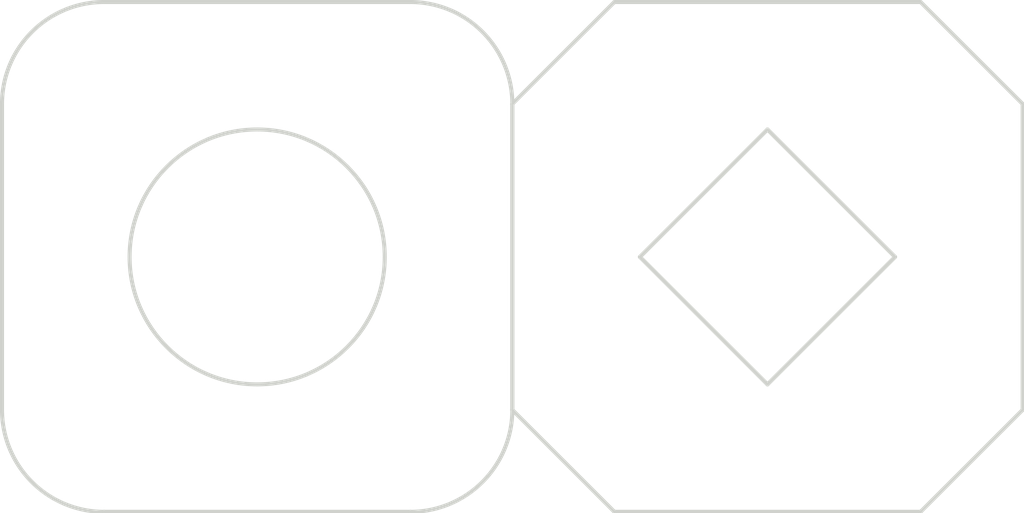
<source format=kicad_pcb>


(kicad_pcb (version 20171130) (host pcbnew 5.1.6)

  (page A3)
  (title_block
    (title main)
    (rev v1.0.0)
    (company Unknown)
  )

  (general
    (thickness 1.6)
  )

  (layers
    (0 F.Cu signal)
    (31 B.Cu signal)
    (32 B.Adhes user)
    (33 F.Adhes user)
    (34 B.Paste user)
    (35 F.Paste user)
    (36 B.SilkS user)
    (37 F.SilkS user)
    (38 B.Mask user)
    (39 F.Mask user)
    (40 Dwgs.User user)
    (41 Cmts.User user)
    (42 Eco1.User user)
    (43 Eco2.User user)
    (44 Edge.Cuts user)
    (45 Margin user)
    (46 B.CrtYd user)
    (47 F.CrtYd user)
    (48 B.Fab user)
    (49 F.Fab user)
  )

  (setup
    (last_trace_width 0.25)
    (trace_clearance 0.2)
    (zone_clearance 0.508)
    (zone_45_only no)
    (trace_min 0.2)
    (via_size 0.8)
    (via_drill 0.4)
    (via_min_size 0.4)
    (via_min_drill 0.3)
    (uvia_size 0.3)
    (uvia_drill 0.1)
    (uvias_allowed no)
    (uvia_min_size 0.2)
    (uvia_min_drill 0.1)
    (edge_width 0.05)
    (segment_width 0.2)
    (pcb_text_width 0.3)
    (pcb_text_size 1.5 1.5)
    (mod_edge_width 0.12)
    (mod_text_size 1 1)
    (mod_text_width 0.15)
    (pad_size 1.524 1.524)
    (pad_drill 0.762)
    (pad_to_mask_clearance 0.05)
    (aux_axis_origin 0 0)
    (visible_elements FFFFFF7F)
    (pcbplotparams
      (layerselection 0x010fc_ffffffff)
      (usegerberextensions false)
      (usegerberattributes true)
      (usegerberadvancedattributes true)
      (creategerberjobfile true)
      (excludeedgelayer true)
      (linewidth 0.100000)
      (plotframeref false)
      (viasonmask false)
      (mode 1)
      (useauxorigin false)
      (hpglpennumber 1)
      (hpglpenspeed 20)
      (hpglpendiameter 15.000000)
      (psnegative false)
      (psa4output false)
      (plotreference true)
      (plotvalue true)
      (plotinvisibletext false)
      (padsonsilk false)
      (subtractmaskfromsilk false)
      (outputformat 1)
      (mirror false)
      (drillshape 1)
      (scaleselection 1)
      (outputdirectory ""))
  )

  (net 0 "")

  (net_class Default "This is the default net class."
    (clearance 0.2)
    (trace_width 0.25)
    (via_dia 0.8)
    (via_drill 0.4)
    (uvia_dia 0.3)
    (uvia_drill 0.1)
    (add_net "")
  )

  
  (gr_line (start -5.7 9.5) (end 5.699999999999999 9.5) (angle 90) (layer Edge.Cuts) (width 0.15))
(gr_line (start 9.5 5.7) (end 9.5 -5.699999999999999) (angle 90) (layer Edge.Cuts) (width 0.15))
(gr_line (start 5.699999999999999 -9.5) (end -5.7 -9.5) (angle 90) (layer Edge.Cuts) (width 0.15))
(gr_line (start -9.5 -5.699999999999999) (end -9.5 5.7) (angle 90) (layer Edge.Cuts) (width 0.15))
(gr_arc (start 5.7 5.7) (end 5.7 9.5) (angle -90) (layer Edge.Cuts) (width 0.15))
(gr_arc (start 5.7 -5.7) (end 9.5 -5.7) (angle -90) (layer Edge.Cuts) (width 0.15))
(gr_arc (start -5.7 -5.7) (end -5.7 -9.5) (angle -90) (layer Edge.Cuts) (width 0.15))
(gr_arc (start -5.7 5.7) (end -9.5 5.7) (angle -90) (layer Edge.Cuts) (width 0.15))
(gr_circle (center 0 0) (end 4.75 0) (layer Edge.Cuts) (width 0.15))
(gr_line (start 13.3 9.5) (end 9.5 5.7) (angle 90) (layer Edge.Cuts) (width 0.15))
(gr_line (start 9.5 5.7) (end 9.5 -5.7) (angle 90) (layer Edge.Cuts) (width 0.15))
(gr_line (start 9.5 -5.7) (end 13.3 -9.5) (angle 90) (layer Edge.Cuts) (width 0.15))
(gr_line (start 13.3 -9.5) (end 24.700000000000003 -9.5) (angle 90) (layer Edge.Cuts) (width 0.15))
(gr_line (start 24.700000000000003 -9.5) (end 28.5 -5.7) (angle 90) (layer Edge.Cuts) (width 0.15))
(gr_line (start 28.5 -5.7) (end 28.5 5.7) (angle 90) (layer Edge.Cuts) (width 0.15))
(gr_line (start 28.5 5.7) (end 24.700000000000003 9.5) (angle 90) (layer Edge.Cuts) (width 0.15))
(gr_line (start 24.700000000000003 9.5) (end 13.3 9.5) (angle 90) (layer Edge.Cuts) (width 0.15))
(gr_line (start 19 4.75) (end 14.25 0) (angle 90) (layer Edge.Cuts) (width 0.15))
(gr_line (start 14.25 0) (end 19 -4.75) (angle 90) (layer Edge.Cuts) (width 0.15))
(gr_line (start 19 -4.75) (end 23.75 0) (angle 90) (layer Edge.Cuts) (width 0.15))
(gr_line (start 23.75 0) (end 19 4.75) (angle 90) (layer Edge.Cuts) (width 0.15))

)


</source>
